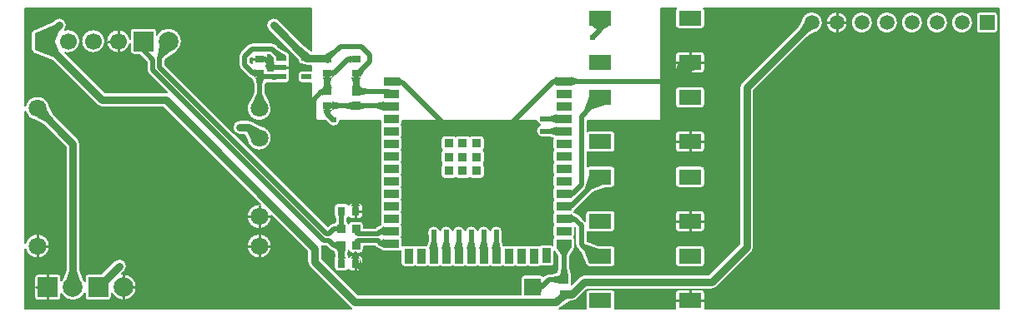
<source format=gtl>
G04 Layer: TopLayer*
G04 EasyEDA Pro v2.0.25.bcaee6, 2025-12-15 15:41:01*
G04 Gerber Generator version 0.3*
G04 Scale: 100 percent, Rotated: No, Reflected: No*
G04 Dimensions in millimeters*
G04 Leading zeros omitted, absolute positions, 3 integers and 3 decimals*
%FSLAX33Y33*%
%MOMM*%
%ADD8191C,0.203*%
%ADD10C,0.254*%
%ADD11R,1.5X0.9*%
%ADD12R,0.9X1.5*%
%ADD13R,1.5X0.9*%
%ADD14R,0.9X0.9*%
%ADD15R,1.0X0.55*%
%ADD16R,0.9082X0.8*%
%ADD17R,0.9X0.8*%
%ADD18R,0.9X0.8*%
%ADD19R,0.864X0.806*%
%ADD20R,0.806X0.864*%
%ADD21R,2.0X2.0*%
%ADD22C,2.0*%
%ADD23R,0.8X0.9*%
%ADD24R,0.864X0.806*%
%ADD25R,2.3X1.5*%
%ADD26R,1.7X1.7*%
%ADD27C,1.7*%
%ADD28R,2.3X1.5*%
%ADD29R,1.5X1.5*%
%ADD30C,1.5*%
%ADD31C,1.8*%
%ADD32C,0.61*%
%ADD33C,0.508*%
%ADD34C,0.762*%
%ADD35C,0.504*%
G75*


G04 Copper Start*
G36*
G01X358Y-95642D02*
G01X358Y-89608D01*
G03X1577Y-90554I1219J312D01*
G03X2835Y-89296I0J1258D01*
G03X1577Y-88038I-1258J0D01*
G03X358Y-88984I0J-1258D01*
G01Y-75608D01*
G03X1417Y-76544I1219J312D01*
G01X2175Y-76939D01*
G01X4440Y-79204D01*
G01Y-91734D01*
G01X4113Y-92654D01*
G03X3997Y-92826I1066J-841D01*
G01Y-92496D01*
G03X3639Y-92137I-358J0D01*
G01X1639D01*
G03X1281Y-92496I0J-358D01*
G01Y-94496D01*
G03X1639Y-94854I358J0D01*
G01X3639D01*
G03X3997Y-94496I0J358D01*
G01Y-94165D01*
G03X5179Y-94854I1182J669D01*
G03X6389Y-94113I0J1358D01*
G01Y-94472D01*
G03X6747Y-94830I358J0D01*
G01X8747D01*
G03X9105Y-94472I0J358D01*
G01Y-94141D01*
G03X10287Y-94830I1182J669D01*
G03X11645Y-93472I0J1358D01*
G03X10287Y-92114I-1358J0D01*
G03X10143Y-92122I0J-1358D01*
G01X10429Y-91836D01*
G03X10645Y-91313I-523J523D01*
G03X9906Y-90574I-739J0D01*
G03X9383Y-90790I0J-739D01*
G01X8060Y-92114D01*
G01X6747D01*
G03X6389Y-92472I0J-358D01*
G01Y-92878D01*
G03X6245Y-92654I-1210J-617D01*
G01X5918Y-91734D01*
G01Y-78898D01*
G03X5702Y-78375I-739J0D01*
G01X3220Y-75894D01*
G01X2825Y-75136D01*
G03X1577Y-74038I-1248J-160D01*
G03X358Y-74984I0J-1258D01*
G01Y-65091D01*
G01X29362D01*
G01Y-69431D01*
G01X29357D01*
G01X28565Y-68817D01*
G01X26147Y-66400D01*
G03X25527Y-66063I-620J-402D01*
G03X24788Y-66802I0J-739D01*
G01Y-66825D01*
G03X25004Y-67348I739J0D01*
G01X27310Y-69654D01*
G01X28014Y-70357D01*
G01Y-70445D01*
G03X28372Y-70803I358J0D01*
G01X28490D01*
G03X28872Y-70909I381J633D01*
G01X29362D01*
G01Y-71437D01*
G01X28372D01*
G03X28014Y-71795I0J-358D01*
G01Y-72345D01*
G03X28372Y-72703I358J0D01*
G01X29362D01*
G01Y-76454D01*
G03X29464Y-76556I102J0D01*
G01X30838D01*
G01X31027Y-76746D01*
G03X31623Y-77117I596J292D01*
G03X32278Y-76556I0J663D01*
G01X36370D01*
G01Y-76772D01*
G03X36421Y-76957I358J0D01*
G03X36370Y-77142I307J-185D01*
G01Y-78042D01*
G03X36421Y-78227I358J0D01*
G03X36370Y-78412I307J-185D01*
G01Y-79312D01*
G03X36421Y-79497I358J0D01*
G03X36370Y-79682I307J-185D01*
G01Y-80582D01*
G03X36421Y-80767I358J0D01*
G03X36370Y-80952I307J-185D01*
G01Y-81852D01*
G03X36421Y-82037I358J0D01*
G03X36370Y-82222I307J-185D01*
G01Y-83122D01*
G03X36421Y-83307I358J0D01*
G03X36370Y-83492I307J-185D01*
G01Y-84392D01*
G03X36421Y-84577I358J0D01*
G03X36370Y-84762I307J-185D01*
G01Y-85662D01*
G03X36421Y-85847I358J0D01*
G03X36370Y-86032I307J-185D01*
G01Y-86932D01*
G03X36404Y-87085I358J0D01*
G01X36298Y-87153D01*
G03X35991Y-87319I126J-599D01*
G01X35866Y-87445D01*
G01X34660D01*
G01Y-87104D01*
G03X34302Y-86746I-358J0D01*
G01X33496D01*
G03X33146Y-87029I0J-358D01*
G03X33004Y-86814I-350J-75D01*
G01Y-86496D01*
G03X33146Y-86371I-159J321D01*
G03X33446Y-86533I300J196D01*
G01X34246D01*
G03X34604Y-86175I0J358D01*
G01Y-85275D01*
G03X34246Y-84917I-358J0D01*
G01X33446D01*
G03X33146Y-85079I0J-358D01*
G03X32846Y-84917I-300J-196D01*
G01X32046D01*
G03X31688Y-85275I0J-358D01*
G01Y-86175D01*
G03X31780Y-86415I358J0D01*
G01Y-86814D01*
G03X31679Y-86924I209J-291D01*
G01X31674D01*
G03X31241Y-87104I0J-612D01*
G01X31027Y-87318D01*
G01X14531Y-70823D01*
G01Y-70365D01*
G01X14553Y-70344D01*
G01X15625Y-69574D01*
G03X16217Y-68453I-766J1121D01*
G03X14859Y-67095I-1358J0D01*
G03X13677Y-67784I0J-1358D01*
G01Y-67453D01*
G03X13319Y-67095I-358J0D01*
G01X11319D01*
G03X10961Y-67453I0J-358D01*
G01Y-68202D01*
G03X9779Y-67245I-1182J-251D01*
G03X8571Y-68453I0J-1208D01*
G03X9779Y-69661I1208J0D01*
G03X10961Y-68704I0J1208D01*
G01Y-69453D01*
G03X11319Y-69811I358J0D01*
G01X11888D01*
G01X12647Y-70570D01*
G01Y-71350D01*
G03X12826Y-71783I612J0D01*
G01X14738Y-73695D01*
G03X14605Y-73683I-133J-727D01*
G01X8434D01*
G01X4365Y-69614D01*
G03X4699Y-69661I334J1161D01*
G03X5907Y-68453I0J1208D01*
G03X4699Y-67245I-1208J0D01*
G03X4363Y-67293I0J-1208D01*
G03X4549Y-66802I-553J491D01*
G03X3810Y-66063I-739J0D01*
G03X3287Y-66279I0J-739D01*
G01X3076Y-66491D01*
G01X1173Y-67272D01*
G03X951Y-67603I136J-331D01*
G01Y-69303D01*
G03X1173Y-69634I358J0D01*
G01X3076Y-70415D01*
G01X7605Y-74945D01*
G03X8128Y-75161I523J523D01*
G01X14299D01*
G01X24180Y-85042D01*
G03X24077Y-85038I-103J-1254D01*
G03X22819Y-86296I0J-1258D01*
G03X24077Y-87554I1258J0D01*
G03X25335Y-86296I0J1258D01*
G03X25331Y-86193I-1258J0D01*
G01X28979Y-89841D01*
G01Y-90932D01*
G03X29195Y-91455I739J0D01*
G01X33259Y-95519D01*
G03X33422Y-95642I523J523D01*
G01X358D01*
G37*
%LPC*%
G36*
G01X24077Y-76554D02*
G03X25335Y-75296I0J1258D01*
G03X25099Y-74563I-1258J0D01*
G01X24742Y-73710D01*
G01Y-72899D01*
G01X24798Y-72682D01*
G01X25062D01*
G01X25819Y-72703D01*
G01X25829D01*
G01X26829D01*
G03X27187Y-72345I0J358D01*
G01Y-71795D01*
G03X27126Y-71595I-358J0D01*
G03X27187Y-71395I-297J200D01*
G01Y-70845D01*
G03X27126Y-70645I-358J0D01*
G03X27187Y-70445I-297J200D01*
G01Y-69895D01*
G03X27005Y-69583I-358J0D01*
G01X26093Y-69068D01*
G01X25807Y-68782D01*
G03X25374Y-68603I-433J-433D01*
G01X23368D01*
G03X22935Y-68782I0J-612D01*
G01X22173Y-69544D01*
G03X21994Y-69977I433J-433D01*
G01Y-70866D01*
G03X22173Y-71299I612J0D01*
G01X22999Y-72125D01*
G03X23315Y-72293I433J433D01*
G01X23370Y-72325D01*
G01X23518Y-72899D01*
G01Y-73670D01*
G01X23139Y-74457D01*
G03X22819Y-75296I938J-839D01*
G03X24077Y-76554I1258J0D01*
G37*
G36*
G01X24077Y-79554D02*
G03X25335Y-78296I0J1258D01*
G03X24237Y-77048I-1258J0D01*
G01X23472Y-76650D01*
G03X22997Y-76477I-475J-566D01*
G01X22098D01*
G03X21359Y-77216I0J-739D01*
G03X22098Y-77955I739J0D01*
G01X22568D01*
G01X22829Y-78456D01*
G03X24077Y-79554I1248J160D01*
G37*
G36*
G01X24077Y-90554D02*
G03X25335Y-89296I0J1258D01*
G03X24077Y-88038I-1258J0D01*
G03X22819Y-89296I0J-1258D01*
G03X24077Y-90554I1258J0D01*
G37*
G36*
G01X7239Y-69661D02*
G03X8447Y-68453I0J1208D01*
G03X7239Y-67245I-1208J0D01*
G03X6031Y-68453I0J-1208D01*
G03X7239Y-69661I1208J0D01*
G37*
%LPD*%
G36*
G01X23323Y-70717D02*
G01X23218Y-70612D01*
G01Y-70231D01*
G01X23322Y-70127D01*
G01Y-70692D01*
G01X23323Y-70717D01*
G37*
G36*
G01X25475Y-71447D02*
G01X25062Y-71458D01*
G01X24938D01*
G01Y-71292D01*
G03X24776Y-70992I-358J0D01*
G03X24938Y-70692I-196J300D01*
G01Y-69892D01*
G03X24932Y-69827I-358J0D01*
G01X25121D01*
G01X25471Y-70177D01*
G01Y-70445D01*
G03X25532Y-70645I358J0D01*
G03X25471Y-70845I297J-200D01*
G01Y-71395D01*
G03X25475Y-71447I358J0D01*
G37*
G36*
G01X50621Y-92592D02*
G01X50621Y-94257D01*
G01X34088D01*
G01X30457Y-90626D01*
G01Y-89535D01*
G03X30417Y-89296I-739J0D01*
G03X30631Y-89334I214J574D01*
G01X30905D01*
G01X31251Y-89680D01*
G03X31568Y-89849I433J433D01*
G01X31669Y-89907D01*
G01X31731Y-90227D01*
G01X31690Y-90566D01*
G03X31688Y-90609I356J-43D01*
G01Y-91509D01*
G03X32046Y-91867I358J0D01*
G01X32846D01*
G03X33146Y-91705I0J358D01*
G03X33446Y-91867I300J196D01*
G01X34246D01*
G03X34604Y-91509I0J358D01*
G01Y-90609D01*
G03X34246Y-90251I-358J0D01*
G01X33446D01*
G03X33159Y-90394I0J-358D01*
G01X33080Y-90090D01*
G01X33146Y-89755D01*
G03X33496Y-90038I350J75D01*
G01X34302D01*
G03X34660Y-89680I0J358D01*
G01Y-89329D01*
G01X35866D01*
G01X35991Y-89455D01*
G03X36298Y-89621I433J433D01*
G01X36534Y-89773D01*
G03X36728Y-89830I194J301D01*
G01X38228D01*
G03X38435Y-89764I0J358D01*
G01Y-91052D01*
G03X38793Y-91410I358J0D01*
G01X39693D01*
G03X39878Y-91359I0J358D01*
G03X40063Y-91410I185J307D01*
G01X40963D01*
G03X41148Y-91359I0J358D01*
G03X41333Y-91410I185J307D01*
G01X42233D01*
G03X42418Y-91359I0J358D01*
G03X42603Y-91410I185J307D01*
G01X43503D01*
G03X43688Y-91359I0J358D01*
G03X43873Y-91410I185J307D01*
G01X44773D01*
G03X44958Y-91359I0J358D01*
G03X45143Y-91410I185J307D01*
G01X46043D01*
G03X46228Y-91359I0J358D01*
G03X46413Y-91410I185J307D01*
G01X47313D01*
G03X47498Y-91359I0J358D01*
G03X47683Y-91410I185J307D01*
G01X48583D01*
G03X48768Y-91359I0J358D01*
G03X48953Y-91410I185J307D01*
G01X49853D01*
G03X50038Y-91359I0J358D01*
G03X50223Y-91410I185J307D01*
G01X51123D01*
G03X51308Y-91359I0J358D01*
G03X51493Y-91410I185J307D01*
G01X52393D01*
G03X52603Y-91342I0J358D01*
G03X52763Y-91380I160J320D01*
G01X53663D01*
G03X54021Y-91022I0J358D01*
G01Y-89807D01*
G01X54379Y-90343D01*
G01Y-91483D01*
G01X54263Y-91979D01*
G01X53762Y-92077D01*
G01X53467D01*
G03X53034Y-92256I0J-612D01*
G01X52941Y-92349D01*
G03X52679Y-92234I-263J-243D01*
G01X50979D01*
G03X50621Y-92592I0J-358D01*
G37*
G36*
G01X38793Y-89194D02*
G03X38586Y-89260I0J-358D01*
G01Y-88572D01*
G03X38535Y-88387I-358J0D01*
G03X38586Y-88202I-307J185D01*
G01Y-87302D01*
G03X38535Y-87117I-358J0D01*
G03X38586Y-86932I-307J185D01*
G01Y-86032D01*
G03X38535Y-85847I-358J0D01*
G03X38586Y-85662I-307J185D01*
G01Y-84762D01*
G03X38535Y-84577I-358J0D01*
G03X38586Y-84392I-307J185D01*
G01Y-83492D01*
G03X38535Y-83307I-358J0D01*
G03X38586Y-83122I-307J185D01*
G01Y-82222D01*
G03X38535Y-82037I-358J0D01*
G03X38586Y-81852I-307J185D01*
G01Y-80952D01*
G03X38535Y-80767I-358J0D01*
G03X38586Y-80582I-307J185D01*
G01Y-79682D01*
G03X38535Y-79497I-358J0D01*
G03X38586Y-79312I-307J185D01*
G01Y-78412D01*
G03X38535Y-78227I-358J0D01*
G03X38586Y-78042I-307J185D01*
G01Y-77142D01*
G03X38535Y-76957I-358J0D01*
G03X38586Y-76772I-307J185D01*
G01Y-76556D01*
G01X52211D01*
G03X52641Y-76957I621J234D01*
G03X52169Y-77592I191J-635D01*
G03X52832Y-78255I663J0D01*
G03X53092Y-78202I0J663D01*
G01X53426D01*
G01X53882Y-78322D01*
G03X53870Y-78412I347J-91D01*
G01Y-79312D01*
G03X53921Y-79497I358J0D01*
G03X53870Y-79682I307J-185D01*
G01Y-80582D01*
G03X53921Y-80767I358J0D01*
G03X53870Y-80952I307J-185D01*
G01Y-81852D01*
G03X53921Y-82037I358J0D01*
G03X53870Y-82222I307J-185D01*
G01Y-83122D01*
G03X53921Y-83307I358J0D01*
G03X53870Y-83492I307J-185D01*
G01Y-84392D01*
G03X53921Y-84577I358J0D01*
G03X53870Y-84762I307J-185D01*
G01Y-85662D01*
G03X53921Y-85847I358J0D01*
G03X53870Y-86032I307J-185D01*
G01Y-86932D01*
G03X53921Y-87117I358J0D01*
G03X53870Y-87302I307J-185D01*
G01Y-88202D01*
G03X53921Y-88387I358J0D01*
G03X53870Y-88572I307J-185D01*
G01Y-89230D01*
G03X53663Y-89164I-207J-292D01*
G01X52763D01*
G03X52553Y-89232I0J-358D01*
G03X52393Y-89194I-160J-320D01*
G01X51493D01*
G03X51308Y-89245I0J-358D01*
G03X51123Y-89194I-185J-307D01*
G01X50223D01*
G03X50038Y-89245I0J-358D01*
G03X49853Y-89194I-185J-307D01*
G01X48953D01*
G03X48862Y-89205I0J-358D01*
G01X48743Y-88750D01*
G01Y-88149D01*
G03X48796Y-87889I-610J260D01*
G03X48133Y-87226I-663J0D01*
G03X47498Y-87698I0J-663D01*
G03X46863Y-87226I-635J-191D01*
G03X46228Y-87698I0J-663D01*
G03X45593Y-87226I-635J-191D01*
G03X44958Y-87698I0J-663D01*
G03X44323Y-87226I-635J-191D01*
G03X43688Y-87698I0J-663D01*
G03X43053Y-87226I-635J-191D01*
G03X42418Y-87698I0J-663D01*
G03X41783Y-87226I-635J-191D01*
G03X41120Y-87889I0J-663D01*
G03X41173Y-88149I663J0D01*
G01Y-88750D01*
G01X41054Y-89205D01*
G03X40963Y-89194I-91J-347D01*
G01X40063D01*
G03X39878Y-89245I0J-358D01*
G03X39693Y-89194I-185J-307D01*
G01X38793D01*
G37*
%LPC*%
G36*
G01X44028Y-82339D02*
G03X44278Y-82440I250J256D01*
G01X45178D01*
G03X45428Y-82339I0J358D01*
G03X45678Y-82440I250J256D01*
G01X46578D01*
G03X46936Y-82082I0J358D01*
G01Y-81182D01*
G03X46834Y-80932I-358J0D01*
G03X46936Y-80682I-256J250D01*
G01Y-79782D01*
G03X46834Y-79532I-358J0D01*
G03X46936Y-79282I-256J250D01*
G01Y-78382D01*
G03X46578Y-78024I-358J0D01*
G01X45678D01*
G03X45428Y-78126I0J-358D01*
G03X45178Y-78024I-250J-256D01*
G01X44278D01*
G03X44028Y-78126I0J-358D01*
G03X43778Y-78024I-250J-256D01*
G01X42878D01*
G03X42520Y-78382I0J-358D01*
G01Y-79282D01*
G03X42621Y-79532I358J0D01*
G03X42520Y-79782I256J-250D01*
G01Y-80682D01*
G03X42621Y-80932I358J0D01*
G03X42520Y-81182I256J-250D01*
G01Y-82082D01*
G03X42878Y-82440I358J0D01*
G01X43778D01*
G03X44028Y-82339I0J358D01*
G37*
%LPD*%
G36*
G01X66288Y-95583D02*
G03X66293Y-95642I358J0D01*
G01X60199D01*
G03X60204Y-95583I-353J59D01*
G01Y-94083D01*
G03X59846Y-93725I-358J0D01*
G01X57546D01*
G03X57188Y-94083I0J-358D01*
G01Y-95583D01*
G03X57193Y-95642I358J0D01*
G01X54550D01*
G03X54686Y-95545I-360J646D01*
G01X55545Y-94950D01*
G01X55804Y-94935D01*
G03X56314Y-94718I-13J739D01*
G01X57329Y-93703D01*
G01X69977D01*
G03X70500Y-93487I0J739D01*
G01X74056Y-89931D01*
G03X74272Y-89408I-523J523D01*
G01Y-73458D01*
G01X79729Y-68001D01*
G01X80304Y-67643D01*
G03X81245Y-66548I-167J1095D01*
G03X80137Y-65440I-1108J0D01*
G03X79042Y-66381I0J-1108D01*
G01X78684Y-66956D01*
G01X73010Y-72629D01*
G03X72794Y-73152I523J-523D01*
G01Y-89102D01*
G01X69671Y-92225D01*
G01X57023D01*
G03X56500Y-92441I0J-739D01*
G01X55773Y-93169D01*
G03X55781Y-93092I-350J77D01*
G01Y-92286D01*
G03X55772Y-92204I-358J0D01*
G01X55603Y-91483D01*
G01Y-90338D01*
G01X56031Y-89664D01*
G03X56086Y-89472I-302J192D01*
G01Y-88572D01*
G03X56035Y-88387I-358J0D01*
G03X56086Y-88202I-307J185D01*
G01Y-87402D01*
G01X56157Y-87473D01*
G01Y-89154D01*
G03X56336Y-89587I612J0D01*
G01X56703Y-89953D01*
G01X57214Y-91217D01*
G03X57546Y-91441I332J134D01*
G01X59846D01*
G03X60204Y-91083I0J358D01*
G01Y-89583D01*
G03X59846Y-89225I-358J0D01*
G01X58520D01*
G01X57381Y-88798D01*
G01Y-87828D01*
G03X57530Y-87861I149J326D01*
G01X59830D01*
G03X60188Y-87503I0J358D01*
G01Y-86003D01*
G03X59830Y-85645I-358J0D01*
G01X57530D01*
G03X57172Y-86003I0J-358D01*
G01Y-86757D01*
G01X56465Y-86049D01*
G03X56158Y-85883I-433J-433D01*
G01X56052Y-85815D01*
G03X56084Y-85705I-324J153D01*
G03X56154Y-85645I-363J493D01*
G01X57949Y-83849D01*
G01X59253Y-83361D01*
G01X59830D01*
G03X60188Y-83003I0J358D01*
G01Y-81503D01*
G03X59830Y-81144I-358J0D01*
G01X57530D01*
G03X57381Y-81177I0J-358D01*
G01Y-79745D01*
G03X57536Y-79780I154J323D01*
G01X59836D01*
G03X60194Y-79422I0J358D01*
G01Y-77922D01*
G03X59836Y-77564I-358J0D01*
G01X57536D01*
G03X57381Y-77599I0J-358D01*
G01Y-76556D01*
G01X64770D01*
G03X64872Y-76454I0J102D01*
G01Y-65091D01*
G01X66385D01*
G03X66283Y-65342I256J-251D01*
G01Y-66842D01*
G03X66641Y-67200I358J0D01*
G01X68941D01*
G03X69299Y-66842I0J358D01*
G01Y-65342D01*
G03X69196Y-65091I-358J0D01*
G01X99142D01*
G01Y-95642D01*
G01X69299D01*
G03X69304Y-95583I-353J59D01*
G01Y-94083D01*
G03X68946Y-93725I-358J0D01*
G01X66646D01*
G03X66288Y-94083I0J-358D01*
G01Y-95583D01*
G37*
%LPC*%
G36*
G01X68946Y-91441D02*
G03X69304Y-91083I0J358D01*
G01Y-89583D01*
G03X68946Y-89225I-358J0D01*
G01X66646D01*
G03X66288Y-89583I0J-358D01*
G01Y-91083D01*
G03X66646Y-91441I358J0D01*
G01X68946D01*
G37*
G36*
G01X66272Y-87503D02*
G03X66630Y-87861I358J0D01*
G01X68930D01*
G03X69288Y-87503I0J358D01*
G01Y-86003D01*
G03X68930Y-85645I-358J0D01*
G01X66630D01*
G03X66272Y-86003I0J-358D01*
G01Y-87503D01*
G37*
G36*
G01X68930Y-83361D02*
G03X69288Y-83003I0J358D01*
G01Y-81503D01*
G03X68930Y-81145I-358J0D01*
G01X66630D01*
G03X66272Y-81503I0J-358D01*
G01Y-83003D01*
G03X66630Y-83361I358J0D01*
G01X68930D01*
G37*
G36*
G01X66277Y-79422D02*
G03X66635Y-79780I358J0D01*
G01X68935D01*
G03X69294Y-79422I0J358D01*
G01Y-77922D01*
G03X68935Y-77564I-358J0D01*
G01X66635D01*
G03X66277Y-77922I0J-358D01*
G01Y-79422D01*
G37*
G36*
G01X68935Y-75280D02*
G03X69294Y-74922I0J358D01*
G01Y-73422D01*
G03X68935Y-73064I-358J0D01*
G01X66635D01*
G03X66277Y-73422I0J-358D01*
G01Y-74922D01*
G03X66635Y-75280I358J0D01*
G01X68935D01*
G37*
G36*
G01X68941Y-71700D02*
G03X69299Y-71342I0J358D01*
G01Y-69842D01*
G03X68941Y-69484I-358J0D01*
G01X66641D01*
G03X66283Y-69842I0J-358D01*
G01Y-71342D01*
G03X66641Y-71700I358J0D01*
G01X68941D01*
G37*
G36*
G01X81569Y-66548D02*
G03X82677Y-67656I1108J0D01*
G03X83785Y-66548I0J1108D01*
G03X82677Y-65440I-1108J0D01*
G03X81569Y-66548I0J-1108D01*
G37*
G36*
G01X96809Y-67298D02*
G03X97167Y-67656I358J0D01*
G01X98667D01*
G03X99025Y-67298I0J358D01*
G01Y-65798D01*
G03X98667Y-65440I-358J0D01*
G01X97167D01*
G03X96809Y-65798I0J-358D01*
G01Y-67298D01*
G37*
G36*
G01X85217Y-67656D02*
G03X86325Y-66548I0J1108D01*
G03X85217Y-65440I-1108J0D01*
G03X84109Y-66548I0J-1108D01*
G03X85217Y-67656I1108J0D01*
G37*
G36*
G01X95377Y-67656D02*
G03X96485Y-66548I0J1108D01*
G03X95377Y-65440I-1108J0D01*
G03X94269Y-66548I0J-1108D01*
G03X95377Y-67656I1108J0D01*
G37*
G36*
G01X87757Y-67656D02*
G03X88865Y-66548I0J1108D01*
G03X87757Y-65440I-1108J0D01*
G03X86649Y-66548I0J-1108D01*
G03X87757Y-67656I1108J0D01*
G37*
G36*
G01X91729Y-66548D02*
G03X92837Y-67656I1108J0D01*
G03X93945Y-66548I0J1108D01*
G03X92837Y-65440I-1108J0D01*
G03X91729Y-66548I0J-1108D01*
G37*
G36*
G01X90297Y-67656D02*
G03X91405Y-66548I0J1108D01*
G03X90297Y-65440I-1108J0D01*
G03X89189Y-66548I0J-1108D01*
G03X90297Y-67656I1108J0D01*
G37*
%LPD*%
G54D8191*
G01X358Y-95642D02*
G01X358Y-89608D01*
G03X1577Y-90554I1219J312D01*
G03X2835Y-89296I0J1258D01*
G03X1577Y-88038I-1258J0D01*
G03X358Y-88984I0J-1258D01*
G01Y-75608D01*
G03X1417Y-76544I1219J312D01*
G01X2175Y-76939D01*
G01X4440Y-79204D01*
G01Y-91734D01*
G01X4113Y-92654D01*
G03X3997Y-92826I1066J-841D01*
G01Y-92496D01*
G03X3639Y-92137I-358J0D01*
G01X1639D01*
G03X1281Y-92496I0J-358D01*
G01Y-94496D01*
G03X1639Y-94854I358J0D01*
G01X3639D01*
G03X3997Y-94496I0J358D01*
G01Y-94165D01*
G03X5179Y-94854I1182J669D01*
G03X6389Y-94113I0J1358D01*
G01Y-94472D01*
G03X6747Y-94830I358J0D01*
G01X8747D01*
G03X9105Y-94472I0J358D01*
G01Y-94141D01*
G03X10287Y-94830I1182J669D01*
G03X11645Y-93472I0J1358D01*
G03X10287Y-92114I-1358J0D01*
G03X10143Y-92122I0J-1358D01*
G01X10429Y-91836D01*
G03X10645Y-91313I-523J523D01*
G03X9906Y-90574I-739J0D01*
G03X9383Y-90790I0J-739D01*
G01X8060Y-92114D01*
G01X6747D01*
G03X6389Y-92472I0J-358D01*
G01Y-92878D01*
G03X6245Y-92654I-1210J-617D01*
G01X5918Y-91734D01*
G01Y-78898D01*
G03X5702Y-78375I-739J0D01*
G01X3220Y-75894D01*
G01X2825Y-75136D01*
G03X1577Y-74038I-1248J-160D01*
G03X358Y-74984I0J-1258D01*
G01Y-65091D01*
G01X29362D01*
G01Y-69431D01*
G01X29357D01*
G01X28565Y-68817D01*
G01X26147Y-66400D01*
G03X25527Y-66063I-620J-402D01*
G03X24788Y-66802I0J-739D01*
G01Y-66825D01*
G03X25004Y-67348I739J0D01*
G01X27310Y-69654D01*
G01X28014Y-70357D01*
G01Y-70445D01*
G03X28372Y-70803I358J0D01*
G01X28490D01*
G03X28872Y-70909I381J633D01*
G01X29362D01*
G01Y-71437D01*
G01X28372D01*
G03X28014Y-71795I0J-358D01*
G01Y-72345D01*
G03X28372Y-72703I358J0D01*
G01X29362D01*
G01Y-76454D01*
G03X29464Y-76556I102J0D01*
G01X30838D01*
G01X31027Y-76746D01*
G03X31623Y-77117I596J292D01*
G03X32278Y-76556I0J663D01*
G01X36370D01*
G01Y-76772D01*
G03X36421Y-76957I358J0D01*
G03X36370Y-77142I307J-185D01*
G01Y-78042D01*
G03X36421Y-78227I358J0D01*
G03X36370Y-78412I307J-185D01*
G01Y-79312D01*
G03X36421Y-79497I358J0D01*
G03X36370Y-79682I307J-185D01*
G01Y-80582D01*
G03X36421Y-80767I358J0D01*
G03X36370Y-80952I307J-185D01*
G01Y-81852D01*
G03X36421Y-82037I358J0D01*
G03X36370Y-82222I307J-185D01*
G01Y-83122D01*
G03X36421Y-83307I358J0D01*
G03X36370Y-83492I307J-185D01*
G01Y-84392D01*
G03X36421Y-84577I358J0D01*
G03X36370Y-84762I307J-185D01*
G01Y-85662D01*
G03X36421Y-85847I358J0D01*
G03X36370Y-86032I307J-185D01*
G01Y-86932D01*
G03X36404Y-87085I358J0D01*
G01X36298Y-87153D01*
G03X35991Y-87319I126J-599D01*
G01X35866Y-87445D01*
G01X34660D01*
G01Y-87104D01*
G03X34302Y-86746I-358J0D01*
G01X33496D01*
G03X33146Y-87029I0J-358D01*
G03X33004Y-86814I-350J-75D01*
G01Y-86496D01*
G03X33146Y-86371I-159J321D01*
G03X33446Y-86533I300J196D01*
G01X34246D01*
G03X34604Y-86175I0J358D01*
G01Y-85275D01*
G03X34246Y-84917I-358J0D01*
G01X33446D01*
G03X33146Y-85079I0J-358D01*
G03X32846Y-84917I-300J-196D01*
G01X32046D01*
G03X31688Y-85275I0J-358D01*
G01Y-86175D01*
G03X31780Y-86415I358J0D01*
G01Y-86814D01*
G03X31679Y-86924I209J-291D01*
G01X31674D01*
G03X31241Y-87104I0J-612D01*
G01X31027Y-87318D01*
G01X14531Y-70823D01*
G01Y-70365D01*
G01X14553Y-70344D01*
G01X15625Y-69574D01*
G03X16217Y-68453I-766J1121D01*
G03X14859Y-67095I-1358J0D01*
G03X13677Y-67784I0J-1358D01*
G01Y-67453D01*
G03X13319Y-67095I-358J0D01*
G01X11319D01*
G03X10961Y-67453I0J-358D01*
G01Y-68202D01*
G03X9779Y-67245I-1182J-251D01*
G03X8571Y-68453I0J-1208D01*
G03X9779Y-69661I1208J0D01*
G03X10961Y-68704I0J1208D01*
G01Y-69453D01*
G03X11319Y-69811I358J0D01*
G01X11888D01*
G01X12647Y-70570D01*
G01Y-71350D01*
G03X12826Y-71783I612J0D01*
G01X14738Y-73695D01*
G03X14605Y-73683I-133J-727D01*
G01X8434D01*
G01X4365Y-69614D01*
G03X4699Y-69661I334J1161D01*
G03X5907Y-68453I0J1208D01*
G03X4699Y-67245I-1208J0D01*
G03X4363Y-67293I0J-1208D01*
G03X4549Y-66802I-553J491D01*
G03X3810Y-66063I-739J0D01*
G03X3287Y-66279I0J-739D01*
G01X3076Y-66491D01*
G01X1173Y-67272D01*
G03X951Y-67603I136J-331D01*
G01Y-69303D01*
G03X1173Y-69634I358J0D01*
G01X3076Y-70415D01*
G01X7605Y-74945D01*
G03X8128Y-75161I523J523D01*
G01X14299D01*
G01X24180Y-85042D01*
G03X24077Y-85038I-103J-1254D01*
G03X22819Y-86296I0J-1258D01*
G03X24077Y-87554I1258J0D01*
G03X25335Y-86296I0J1258D01*
G03X25331Y-86193I-1258J0D01*
G01X28979Y-89841D01*
G01Y-90932D01*
G03X29195Y-91455I739J0D01*
G01X33259Y-95519D01*
G03X33422Y-95642I523J523D01*
G01X358D01*
G01X24077Y-76554D02*
G03X25335Y-75296I0J1258D01*
G03X25099Y-74563I-1258J0D01*
G01X24742Y-73710D01*
G01Y-72899D01*
G01X24798Y-72682D01*
G01X25062D01*
G01X25819Y-72703D01*
G01X25829D01*
G01X26829D01*
G03X27187Y-72345I0J358D01*
G01Y-71795D01*
G03X27126Y-71595I-358J0D01*
G03X27187Y-71395I-297J200D01*
G01Y-70845D01*
G03X27126Y-70645I-358J0D01*
G03X27187Y-70445I-297J200D01*
G01Y-69895D01*
G03X27005Y-69583I-358J0D01*
G01X26093Y-69068D01*
G01X25807Y-68782D01*
G03X25374Y-68603I-433J-433D01*
G01X23368D01*
G03X22935Y-68782I0J-612D01*
G01X22173Y-69544D01*
G03X21994Y-69977I433J-433D01*
G01Y-70866D01*
G03X22173Y-71299I612J0D01*
G01X22999Y-72125D01*
G03X23315Y-72293I433J433D01*
G01X23370Y-72325D01*
G01X23518Y-72899D01*
G01Y-73670D01*
G01X23139Y-74457D01*
G03X22819Y-75296I938J-839D01*
G03X24077Y-76554I1258J0D01*
G01X24077Y-79554D02*
G03X25335Y-78296I0J1258D01*
G03X24237Y-77048I-1258J0D01*
G01X23472Y-76650D01*
G03X22997Y-76477I-475J-566D01*
G01X22098D01*
G03X21359Y-77216I0J-739D01*
G03X22098Y-77955I739J0D01*
G01X22568D01*
G01X22829Y-78456D01*
G03X24077Y-79554I1248J160D01*
G01X24077Y-90554D02*
G03X25335Y-89296I0J1258D01*
G03X24077Y-88038I-1258J0D01*
G03X22819Y-89296I0J-1258D01*
G03X24077Y-90554I1258J0D01*
G01X7239Y-69661D02*
G03X8447Y-68453I0J1208D01*
G03X7239Y-67245I-1208J0D01*
G03X6031Y-68453I0J-1208D01*
G03X7239Y-69661I1208J0D01*
G01X23323Y-70717D02*
G01X23218Y-70612D01*
G01Y-70231D01*
G01X23322Y-70127D01*
G01Y-70692D01*
G01X23323Y-70717D01*
G01X25475Y-71447D02*
G01X25062Y-71458D01*
G01X24938D01*
G01Y-71292D01*
G03X24776Y-70992I-358J0D01*
G03X24938Y-70692I-196J300D01*
G01Y-69892D01*
G03X24932Y-69827I-358J0D01*
G01X25121D01*
G01X25471Y-70177D01*
G01Y-70445D01*
G03X25532Y-70645I358J0D01*
G03X25471Y-70845I297J-200D01*
G01Y-71395D01*
G03X25475Y-71447I358J0D01*
G01X50621Y-92592D02*
G01X50621Y-94257D01*
G01X34088D01*
G01X30457Y-90626D01*
G01Y-89535D01*
G03X30417Y-89296I-739J0D01*
G03X30631Y-89334I214J574D01*
G01X30905D01*
G01X31251Y-89680D01*
G03X31568Y-89849I433J433D01*
G01X31669Y-89907D01*
G01X31731Y-90227D01*
G01X31690Y-90566D01*
G03X31688Y-90609I356J-43D01*
G01Y-91509D01*
G03X32046Y-91867I358J0D01*
G01X32846D01*
G03X33146Y-91705I0J358D01*
G03X33446Y-91867I300J196D01*
G01X34246D01*
G03X34604Y-91509I0J358D01*
G01Y-90609D01*
G03X34246Y-90251I-358J0D01*
G01X33446D01*
G03X33159Y-90394I0J-358D01*
G01X33080Y-90090D01*
G01X33146Y-89755D01*
G03X33496Y-90038I350J75D01*
G01X34302D01*
G03X34660Y-89680I0J358D01*
G01Y-89329D01*
G01X35866D01*
G01X35991Y-89455D01*
G03X36298Y-89621I433J433D01*
G01X36534Y-89773D01*
G03X36728Y-89830I194J301D01*
G01X38228D01*
G03X38435Y-89764I0J358D01*
G01Y-91052D01*
G03X38793Y-91410I358J0D01*
G01X39693D01*
G03X39878Y-91359I0J358D01*
G03X40063Y-91410I185J307D01*
G01X40963D01*
G03X41148Y-91359I0J358D01*
G03X41333Y-91410I185J307D01*
G01X42233D01*
G03X42418Y-91359I0J358D01*
G03X42603Y-91410I185J307D01*
G01X43503D01*
G03X43688Y-91359I0J358D01*
G03X43873Y-91410I185J307D01*
G01X44773D01*
G03X44958Y-91359I0J358D01*
G03X45143Y-91410I185J307D01*
G01X46043D01*
G03X46228Y-91359I0J358D01*
G03X46413Y-91410I185J307D01*
G01X47313D01*
G03X47498Y-91359I0J358D01*
G03X47683Y-91410I185J307D01*
G01X48583D01*
G03X48768Y-91359I0J358D01*
G03X48953Y-91410I185J307D01*
G01X49853D01*
G03X50038Y-91359I0J358D01*
G03X50223Y-91410I185J307D01*
G01X51123D01*
G03X51308Y-91359I0J358D01*
G03X51493Y-91410I185J307D01*
G01X52393D01*
G03X52603Y-91342I0J358D01*
G03X52763Y-91380I160J320D01*
G01X53663D01*
G03X54021Y-91022I0J358D01*
G01Y-89807D01*
G01X54379Y-90343D01*
G01Y-91483D01*
G01X54263Y-91979D01*
G01X53762Y-92077D01*
G01X53467D01*
G03X53034Y-92256I0J-612D01*
G01X52941Y-92349D01*
G03X52679Y-92234I-263J-243D01*
G01X50979D01*
G03X50621Y-92592I0J-358D01*
G01X38793Y-89194D02*
G03X38586Y-89260I0J-358D01*
G01Y-88572D01*
G03X38535Y-88387I-358J0D01*
G03X38586Y-88202I-307J185D01*
G01Y-87302D01*
G03X38535Y-87117I-358J0D01*
G03X38586Y-86932I-307J185D01*
G01Y-86032D01*
G03X38535Y-85847I-358J0D01*
G03X38586Y-85662I-307J185D01*
G01Y-84762D01*
G03X38535Y-84577I-358J0D01*
G03X38586Y-84392I-307J185D01*
G01Y-83492D01*
G03X38535Y-83307I-358J0D01*
G03X38586Y-83122I-307J185D01*
G01Y-82222D01*
G03X38535Y-82037I-358J0D01*
G03X38586Y-81852I-307J185D01*
G01Y-80952D01*
G03X38535Y-80767I-358J0D01*
G03X38586Y-80582I-307J185D01*
G01Y-79682D01*
G03X38535Y-79497I-358J0D01*
G03X38586Y-79312I-307J185D01*
G01Y-78412D01*
G03X38535Y-78227I-358J0D01*
G03X38586Y-78042I-307J185D01*
G01Y-77142D01*
G03X38535Y-76957I-358J0D01*
G03X38586Y-76772I-307J185D01*
G01Y-76556D01*
G01X52211D01*
G03X52641Y-76957I621J234D01*
G03X52169Y-77592I191J-635D01*
G03X52832Y-78255I663J0D01*
G03X53092Y-78202I0J663D01*
G01X53426D01*
G01X53882Y-78322D01*
G03X53870Y-78412I347J-91D01*
G01Y-79312D01*
G03X53921Y-79497I358J0D01*
G03X53870Y-79682I307J-185D01*
G01Y-80582D01*
G03X53921Y-80767I358J0D01*
G03X53870Y-80952I307J-185D01*
G01Y-81852D01*
G03X53921Y-82037I358J0D01*
G03X53870Y-82222I307J-185D01*
G01Y-83122D01*
G03X53921Y-83307I358J0D01*
G03X53870Y-83492I307J-185D01*
G01Y-84392D01*
G03X53921Y-84577I358J0D01*
G03X53870Y-84762I307J-185D01*
G01Y-85662D01*
G03X53921Y-85847I358J0D01*
G03X53870Y-86032I307J-185D01*
G01Y-86932D01*
G03X53921Y-87117I358J0D01*
G03X53870Y-87302I307J-185D01*
G01Y-88202D01*
G03X53921Y-88387I358J0D01*
G03X53870Y-88572I307J-185D01*
G01Y-89230D01*
G03X53663Y-89164I-207J-292D01*
G01X52763D01*
G03X52553Y-89232I0J-358D01*
G03X52393Y-89194I-160J-320D01*
G01X51493D01*
G03X51308Y-89245I0J-358D01*
G03X51123Y-89194I-185J-307D01*
G01X50223D01*
G03X50038Y-89245I0J-358D01*
G03X49853Y-89194I-185J-307D01*
G01X48953D01*
G03X48862Y-89205I0J-358D01*
G01X48743Y-88750D01*
G01Y-88149D01*
G03X48796Y-87889I-610J260D01*
G03X48133Y-87226I-663J0D01*
G03X47498Y-87698I0J-663D01*
G03X46863Y-87226I-635J-191D01*
G03X46228Y-87698I0J-663D01*
G03X45593Y-87226I-635J-191D01*
G03X44958Y-87698I0J-663D01*
G03X44323Y-87226I-635J-191D01*
G03X43688Y-87698I0J-663D01*
G03X43053Y-87226I-635J-191D01*
G03X42418Y-87698I0J-663D01*
G03X41783Y-87226I-635J-191D01*
G03X41120Y-87889I0J-663D01*
G03X41173Y-88149I663J0D01*
G01Y-88750D01*
G01X41054Y-89205D01*
G03X40963Y-89194I-91J-347D01*
G01X40063D01*
G03X39878Y-89245I0J-358D01*
G03X39693Y-89194I-185J-307D01*
G01X38793D01*
G01X44028Y-82339D02*
G03X44278Y-82440I250J256D01*
G01X45178D01*
G03X45428Y-82339I0J358D01*
G03X45678Y-82440I250J256D01*
G01X46578D01*
G03X46936Y-82082I0J358D01*
G01Y-81182D01*
G03X46834Y-80932I-358J0D01*
G03X46936Y-80682I-256J250D01*
G01Y-79782D01*
G03X46834Y-79532I-358J0D01*
G03X46936Y-79282I-256J250D01*
G01Y-78382D01*
G03X46578Y-78024I-358J0D01*
G01X45678D01*
G03X45428Y-78126I0J-358D01*
G03X45178Y-78024I-250J-256D01*
G01X44278D01*
G03X44028Y-78126I0J-358D01*
G03X43778Y-78024I-250J-256D01*
G01X42878D01*
G03X42520Y-78382I0J-358D01*
G01Y-79282D01*
G03X42621Y-79532I358J0D01*
G03X42520Y-79782I256J-250D01*
G01Y-80682D01*
G03X42621Y-80932I358J0D01*
G03X42520Y-81182I256J-250D01*
G01Y-82082D01*
G03X42878Y-82440I358J0D01*
G01X43778D01*
G03X44028Y-82339I0J358D01*
G01X66288Y-95583D02*
G03X66293Y-95642I358J0D01*
G01X60199D01*
G03X60204Y-95583I-353J59D01*
G01Y-94083D01*
G03X59846Y-93725I-358J0D01*
G01X57546D01*
G03X57188Y-94083I0J-358D01*
G01Y-95583D01*
G03X57193Y-95642I358J0D01*
G01X54550D01*
G03X54686Y-95545I-360J646D01*
G01X55545Y-94950D01*
G01X55804Y-94935D01*
G03X56314Y-94718I-13J739D01*
G01X57329Y-93703D01*
G01X69977D01*
G03X70500Y-93487I0J739D01*
G01X74056Y-89931D01*
G03X74272Y-89408I-523J523D01*
G01Y-73458D01*
G01X79729Y-68001D01*
G01X80304Y-67643D01*
G03X81245Y-66548I-167J1095D01*
G03X80137Y-65440I-1108J0D01*
G03X79042Y-66381I0J-1108D01*
G01X78684Y-66956D01*
G01X73010Y-72629D01*
G03X72794Y-73152I523J-523D01*
G01Y-89102D01*
G01X69671Y-92225D01*
G01X57023D01*
G03X56500Y-92441I0J-739D01*
G01X55773Y-93169D01*
G03X55781Y-93092I-350J77D01*
G01Y-92286D01*
G03X55772Y-92204I-358J0D01*
G01X55603Y-91483D01*
G01Y-90338D01*
G01X56031Y-89664D01*
G03X56086Y-89472I-302J192D01*
G01Y-88572D01*
G03X56035Y-88387I-358J0D01*
G03X56086Y-88202I-307J185D01*
G01Y-87402D01*
G01X56157Y-87473D01*
G01Y-89154D01*
G03X56336Y-89587I612J0D01*
G01X56703Y-89953D01*
G01X57214Y-91217D01*
G03X57546Y-91441I332J134D01*
G01X59846D01*
G03X60204Y-91083I0J358D01*
G01Y-89583D01*
G03X59846Y-89225I-358J0D01*
G01X58520D01*
G01X57381Y-88798D01*
G01Y-87828D01*
G03X57530Y-87861I149J326D01*
G01X59830D01*
G03X60188Y-87503I0J358D01*
G01Y-86003D01*
G03X59830Y-85645I-358J0D01*
G01X57530D01*
G03X57172Y-86003I0J-358D01*
G01Y-86757D01*
G01X56465Y-86049D01*
G03X56158Y-85883I-433J-433D01*
G01X56052Y-85815D01*
G03X56084Y-85705I-324J153D01*
G03X56154Y-85645I-363J493D01*
G01X57949Y-83849D01*
G01X59253Y-83361D01*
G01X59830D01*
G03X60188Y-83003I0J358D01*
G01Y-81503D01*
G03X59830Y-81144I-358J0D01*
G01X57530D01*
G03X57381Y-81177I0J-358D01*
G01Y-79745D01*
G03X57536Y-79780I154J323D01*
G01X59836D01*
G03X60194Y-79422I0J358D01*
G01Y-77922D01*
G03X59836Y-77564I-358J0D01*
G01X57536D01*
G03X57381Y-77599I0J-358D01*
G01Y-76556D01*
G01X64770D01*
G03X64872Y-76454I0J102D01*
G01Y-65091D01*
G01X66385D01*
G03X66283Y-65342I256J-251D01*
G01Y-66842D01*
G03X66641Y-67200I358J0D01*
G01X68941D01*
G03X69299Y-66842I0J358D01*
G01Y-65342D01*
G03X69196Y-65091I-358J0D01*
G01X99142D01*
G01Y-95642D01*
G01X69299D01*
G03X69304Y-95583I-353J59D01*
G01Y-94083D01*
G03X68946Y-93725I-358J0D01*
G01X66646D01*
G03X66288Y-94083I0J-358D01*
G01Y-95583D01*
G01X68946Y-91441D02*
G03X69304Y-91083I0J358D01*
G01Y-89583D01*
G03X68946Y-89225I-358J0D01*
G01X66646D01*
G03X66288Y-89583I0J-358D01*
G01Y-91083D01*
G03X66646Y-91441I358J0D01*
G01X68946D01*
G01X66272Y-87503D02*
G03X66630Y-87861I358J0D01*
G01X68930D01*
G03X69288Y-87503I0J358D01*
G01Y-86003D01*
G03X68930Y-85645I-358J0D01*
G01X66630D01*
G03X66272Y-86003I0J-358D01*
G01Y-87503D01*
G01X68930Y-83361D02*
G03X69288Y-83003I0J358D01*
G01Y-81503D01*
G03X68930Y-81145I-358J0D01*
G01X66630D01*
G03X66272Y-81503I0J-358D01*
G01Y-83003D01*
G03X66630Y-83361I358J0D01*
G01X68930D01*
G01X66277Y-79422D02*
G03X66635Y-79780I358J0D01*
G01X68935D01*
G03X69294Y-79422I0J358D01*
G01Y-77922D01*
G03X68935Y-77564I-358J0D01*
G01X66635D01*
G03X66277Y-77922I0J-358D01*
G01Y-79422D01*
G01X68935Y-75280D02*
G03X69294Y-74922I0J358D01*
G01Y-73422D01*
G03X68935Y-73064I-358J0D01*
G01X66635D01*
G03X66277Y-73422I0J-358D01*
G01Y-74922D01*
G03X66635Y-75280I358J0D01*
G01X68935D01*
G01X68941Y-71700D02*
G03X69299Y-71342I0J358D01*
G01Y-69842D01*
G03X68941Y-69484I-358J0D01*
G01X66641D01*
G03X66283Y-69842I0J-358D01*
G01Y-71342D01*
G03X66641Y-71700I358J0D01*
G01X68941D01*
G01X81569Y-66548D02*
G03X82677Y-67656I1108J0D01*
G03X83785Y-66548I0J1108D01*
G03X82677Y-65440I-1108J0D01*
G03X81569Y-66548I0J-1108D01*
G01X96809Y-67298D02*
G03X97167Y-67656I358J0D01*
G01X98667D01*
G03X99025Y-67298I0J358D01*
G01Y-65798D01*
G03X98667Y-65440I-358J0D01*
G01X97167D01*
G03X96809Y-65798I0J-358D01*
G01Y-67298D01*
G01X85217Y-67656D02*
G03X86325Y-66548I0J1108D01*
G03X85217Y-65440I-1108J0D01*
G03X84109Y-66548I0J-1108D01*
G03X85217Y-67656I1108J0D01*
G01X95377Y-67656D02*
G03X96485Y-66548I0J1108D01*
G03X95377Y-65440I-1108J0D01*
G03X94269Y-66548I0J-1108D01*
G03X95377Y-67656I1108J0D01*
G01X87757Y-67656D02*
G03X88865Y-66548I0J1108D01*
G03X87757Y-65440I-1108J0D01*
G03X86649Y-66548I0J-1108D01*
G03X87757Y-67656I1108J0D01*
G01X91729Y-66548D02*
G03X92837Y-67656I1108J0D01*
G03X93945Y-66548I0J1108D01*
G03X92837Y-65440I-1108J0D01*
G03X91729Y-66548I0J-1108D01*
G01X90297Y-67656D02*
G03X91405Y-66548I0J1108D01*
G03X90297Y-65440I-1108J0D01*
G03X89189Y-66548I0J-1108D01*
G03X90297Y-67656I1108J0D01*
G54D10*
G01X67791Y-70592D02*
G01X69200Y-70592D01*
G01X67791Y-70592D02*
G01X66382Y-70592D01*
G01X67791Y-70592D02*
G01X67791Y-71601D01*
G01X67791Y-70592D02*
G01X67791Y-69583D01*
G01X1577Y-89296D02*
G01X2736Y-89296D01*
G01X1577Y-89296D02*
G01X1577Y-90455D01*
G01X1577Y-89296D02*
G01X1577Y-88137D01*
G01X67796Y-94833D02*
G01X66387Y-94833D01*
G01X67796Y-94833D02*
G01X69205Y-94833D01*
G01X67796Y-94833D02*
G01X67796Y-93824D01*
G01X2639Y-93496D02*
G01X1380Y-93496D01*
G01X2639Y-93496D02*
G01X2639Y-92237D01*
G01X2639Y-93496D02*
G01X2639Y-94755D01*
G01X10287Y-93472D02*
G01X11546Y-93472D01*
G01X10287Y-93472D02*
G01X10287Y-92213D01*
G01X10287Y-93472D02*
G01X10287Y-94731D01*
G01X9779Y-68453D02*
G01X8670Y-68453D01*
G01X9779Y-68453D02*
G01X9779Y-67344D01*
G01X9779Y-68453D02*
G01X9779Y-69562D01*
G01X26329Y-71120D02*
G01X27088Y-71120D01*
G01X26329Y-71120D02*
G01X25570Y-71120D01*
G01X24130Y-70292D02*
G01X24839Y-70292D01*
G01X24130Y-70292D02*
G01X23421Y-70292D01*
G01X67785Y-78672D02*
G01X66376Y-78672D01*
G01X67785Y-78672D02*
G01X69194Y-78672D01*
G01X67785Y-78672D02*
G01X67785Y-77663D01*
G01X67785Y-78672D02*
G01X67785Y-79681D01*
G01X82677Y-66548D02*
G01X83686Y-66548D01*
G01X82677Y-66548D02*
G01X81668Y-66548D01*
G01X82677Y-66548D02*
G01X82677Y-67557D01*
G01X82677Y-66548D02*
G01X82677Y-65539D01*
G01X67780Y-86753D02*
G01X66371Y-86753D01*
G01X67780Y-86753D02*
G01X69189Y-86753D01*
G01X67780Y-86753D02*
G01X67780Y-85744D01*
G01X67780Y-86753D02*
G01X67780Y-87762D01*
G01X24077Y-89296D02*
G01X25236Y-89296D01*
G01X24077Y-89296D02*
G01X22918Y-89296D01*
G01X24077Y-89296D02*
G01X24077Y-90455D01*
G01X24077Y-89296D02*
G01X24077Y-88137D01*
G01X24077Y-86296D02*
G01X25236Y-86296D01*
G01X24077Y-86296D02*
G01X22918Y-86296D01*
G01X24077Y-86296D02*
G01X24077Y-87455D01*
G01X24077Y-86296D02*
G01X24077Y-85137D01*
G01X33846Y-91059D02*
G01X34505Y-91059D01*
G01X33846Y-91059D02*
G01X33846Y-91768D01*
G01X33846Y-91059D02*
G01X33846Y-90350D01*
G01X33846Y-85725D02*
G01X34505Y-85725D01*
G01X33846Y-85725D02*
G01X33846Y-86434D01*
G01X33846Y-85725D02*
G01X33846Y-85016D01*
G04 Copper End*

G04 Tear Start*
G36*
G01X38608Y-72392D02*
G01X38228Y-72062D01*
G01Y-72962D01*
G01X38608Y-72896D01*
G01Y-72392D01*
G37*
G36*
G01X35966Y-74741D02*
G01X35966Y-75249D01*
G01X36728Y-75502D01*
G01Y-74602D01*
G01X35966Y-74741D01*
G37*
G36*
G01X36424Y-88006D02*
G01X36728Y-88202D01*
G01Y-87302D01*
G01X36424Y-87498D01*
G01Y-88006D01*
G37*
G36*
G01X36424Y-89276D02*
G01X36728Y-89472D01*
G01Y-88572D01*
G01X36424Y-88768D01*
G01Y-89276D01*
G37*
G36*
G01X42035Y-88796D02*
G01X41531Y-88796D01*
G01X41333Y-89552D01*
G01X42233D01*
G01X42035Y-88796D01*
G37*
G36*
G01X43305Y-88796D02*
G01X42801Y-88796D01*
G01X42603Y-89552D01*
G01X43503D01*
G01X43305Y-88796D01*
G37*
G36*
G01X44575Y-88796D02*
G01X44071Y-88796D01*
G01X43873Y-89552D01*
G01X44773D01*
G01X44575Y-88796D01*
G37*
G36*
G01X45845Y-88796D02*
G01X45341Y-88796D01*
G01X45143Y-89552D01*
G01X46043D01*
G01X45845Y-88796D01*
G37*
G36*
G01X47115Y-88796D02*
G01X46611Y-88796D01*
G01X46413Y-89552D01*
G01X47313D01*
G01X47115Y-88796D01*
G37*
G36*
G01X48385Y-88796D02*
G01X47881Y-88796D01*
G01X47683Y-89552D01*
G01X48583D01*
G01X48385Y-88796D01*
G37*
G36*
G01X54737Y-90234D02*
G01X55245Y-90234D01*
G01X55728Y-89472D01*
G01X54228D01*
G01X54737Y-90234D01*
G37*
G36*
G01X56032Y-86228D02*
G01X55728Y-86032D01*
G01Y-86932D01*
G01X56032Y-86736D01*
G01Y-86228D01*
G37*
G36*
G01X55885Y-84196D02*
G01X55885Y-83688D01*
G01X55728Y-83492D01*
G01Y-84392D01*
G01X55885Y-84196D01*
G37*
G36*
G01X53472Y-77844D02*
G01X54228Y-78042D01*
G01Y-77142D01*
G01X53472Y-77340D01*
G01Y-77844D01*
G37*
G36*
G01X53472Y-76574D02*
G01X54228Y-76772D01*
G01Y-75872D01*
G01X53472Y-76070D01*
G01Y-76574D01*
G37*
G36*
G01X53926Y-72260D02*
G01X53926Y-72764D01*
G01X54228Y-72962D01*
G01Y-72062D01*
G01X53926Y-72260D01*
G37*
G36*
G01X56484Y-72260D02*
G01X55728Y-72062D01*
G01Y-72962D01*
G01X56484Y-72764D01*
G01Y-72260D01*
G37*
G36*
G01X27564Y-69401D02*
G01X28372Y-69895D01*
G01X29372D01*
G01X28327Y-69087D01*
G01X27564Y-69401D01*
G37*
G36*
G01X25067Y-71816D02*
G01X25067Y-72324D01*
G01X25829Y-72345D01*
G01Y-71795D01*
G01X25067Y-71816D01*
G37*
G36*
G01X25527Y-70866D02*
G01X25527Y-71374D01*
G01X25829Y-71395D01*
G01Y-70845D01*
G01X25527Y-70866D01*
G37*
G36*
G01X25290Y-69490D02*
G01X25829Y-69895D01*
G01X26829D01*
G01X25874Y-69356D01*
G01X25290Y-69490D01*
G37*
G36*
G01X23432Y-71946D02*
G01X23680Y-72092D01*
G01Y-71292D01*
G01X23432Y-71438D01*
G01Y-71946D01*
G37*
G36*
G01X24384Y-72854D02*
G01X24580Y-72092D01*
G01X23680D01*
G01X23876Y-72854D01*
G01X24384D01*
G37*
G36*
G01X24699Y-70038D02*
G01X24580Y-69892D01*
G01Y-70692D01*
G01X24699Y-70546D01*
G01Y-70038D01*
G37*
G36*
G01X31566Y-69357D02*
G01X30538Y-69892D01*
G01X31438D01*
G01X31973Y-69664D01*
G01X31566Y-69357D01*
G37*
G36*
G01X31686Y-71438D02*
G01X31438Y-71292D01*
G01Y-72092D01*
G01X31686Y-71946D01*
G01Y-71438D01*
G37*
G36*
G01X31242Y-72854D02*
G01X31438Y-72092D01*
G01X30538D01*
G01X30734Y-72854D01*
G01X31242D01*
G37*
G36*
G01X33085Y-70039D02*
G01X33085Y-70547D01*
G01X33459Y-70693D01*
G01Y-69893D01*
G01X33085Y-70039D01*
G37*
G36*
G01X34894Y-71254D02*
G01X34676Y-70758D01*
G01X34359Y-71293D01*
G01Y-72093D01*
G01X34894Y-71254D01*
G37*
G36*
G01X33655Y-72855D02*
G01X34163Y-72855D01*
G01X34359Y-72093D01*
G01X33459D01*
G01X33655Y-72855D01*
G37*
G36*
G01X30734Y-75840D02*
G01X31242Y-75840D01*
G01X31438Y-75395D01*
G01X30538D01*
G01X30734Y-75840D01*
G37*
G36*
G01X32200Y-74741D02*
G01X31438Y-74595D01*
G01Y-75395D01*
G01X32200Y-75249D01*
G01Y-74741D01*
G37*
G36*
G01X30418Y-73343D02*
G01X30418Y-73847D01*
G01X30538Y-73995D01*
G01Y-73195D01*
G01X30418Y-73343D01*
G37*
G36*
G01X31242Y-72433D02*
G01X30734Y-72433D01*
G01X30538Y-73195D01*
G01X31438D01*
G01X31242Y-72433D01*
G37*
G36*
G01X35103Y-73288D02*
G01X34341Y-73138D01*
G01Y-73945D01*
G01X35103Y-73796D01*
G01Y-73288D01*
G37*
G36*
G01X33655Y-72376D02*
G01X33477Y-73138D01*
G01X34341D01*
G01X34163Y-72376D01*
G01X33655D01*
G37*
G36*
G01X32715Y-74741D02*
G01X32715Y-75249D01*
G01X33477Y-75452D01*
G01Y-74645D01*
G01X32715Y-74741D01*
G37*
G36*
G01X35103Y-74741D02*
G01X33477Y-74645D01*
G01Y-75452D01*
G01X35103Y-75249D01*
G01Y-74741D01*
G37*
G36*
G01X32646Y-90442D02*
G01X32795Y-89680D01*
G01X31989D01*
G01X32138Y-90442D01*
G01X32646D01*
G37*
G36*
G01X31684Y-89502D02*
G01X31989Y-89680D01*
G01Y-88816D01*
G01X31684Y-88994D01*
G01Y-89502D01*
G37*
G36*
G01X13968Y-68906D02*
G01X13749Y-69922D01*
G01X14320Y-70070D01*
G01X15420Y-69281D01*
G01X13968Y-68906D01*
G37*
G36*
G01X32646Y-89847D02*
G01X32138Y-89847D01*
G01X32046Y-90609D01*
G01X32846D01*
G01X32646Y-89847D01*
G37*
G36*
G01X34780Y-91574D02*
G01X34246Y-90609D01*
G01Y-91509D01*
G01X34537Y-92044D01*
G01X34780Y-91574D01*
G37*
G36*
G01X33594Y-90084D02*
G01X33446Y-90609D01*
G01X34246D01*
G01X34098Y-90084D01*
G01X33594D01*
G37*
G36*
G01X33594Y-84519D02*
G01X33446Y-85275D01*
G01X34246D01*
G01X34098Y-84519D01*
G01X33594D01*
G37*
G36*
G01X54460Y-95265D02*
G01X55423Y-94599D01*
G01X54559D01*
G01X53921Y-94727D01*
G01X54460Y-95265D01*
G37*
G36*
G01X55791Y-93815D02*
G01X55423Y-93793D01*
G01Y-94599D01*
G01X55791Y-94577D01*
G01Y-93815D01*
G37*
G36*
G01X53797Y-92943D02*
G01X54559Y-93092D01*
G01Y-92286D01*
G01X53797Y-92435D01*
G01Y-92943D01*
G37*
G36*
G01X54737Y-91524D02*
G01X54559Y-92286D01*
G01X55423D01*
G01X55245Y-91524D01*
G01X54737D01*
G37*
G36*
G01X66150Y-71876D02*
G01X66862Y-71876D01*
G01X68288Y-71342D01*
G01X66641Y-70494D01*
G01X66150Y-71876D01*
G37*
G36*
G01X58437Y-67293D02*
G01X58945Y-67293D01*
G01X59580Y-66842D01*
G01X57802D01*
G01X58437Y-67293D01*
G37*
G36*
G01X3278Y-70111D02*
G01X3817Y-69572D01*
G01X3009Y-67603D01*
G01X1309Y-69303D01*
G01X3278Y-70111D01*
G37*
G36*
G01X3278Y-66795D02*
G01X1309Y-67603D01*
G01X3009Y-69303D01*
G01X3817Y-67334D01*
G01X3278Y-66795D01*
G37*
G36*
G01X57756Y-75461D02*
G01X59193Y-74922D01*
G01X57536Y-74065D01*
G01X57038Y-75461D01*
G01X57756D01*
G37*
G36*
G01X57032Y-83541D02*
G01X57751Y-83541D01*
G01X59188Y-83003D01*
G01X57530Y-82145D01*
G01X57032Y-83541D01*
G37*
G36*
G01X57018Y-89044D02*
G01X57007Y-89751D01*
G01X57546Y-91083D01*
G01X58455Y-89583D01*
G01X57018Y-89044D01*
G37*
G36*
G01X52714Y-93696D02*
G01X52714Y-93188D01*
G01X52679Y-92592D01*
G01Y-94292D01*
G01X52714Y-93696D01*
G37*
G36*
G01X79388Y-66501D02*
G01X78966Y-67180D01*
G01X79505Y-67719D01*
G01X80184Y-67297D01*
G01X79388Y-66501D01*
G37*
G36*
G01X24786Y-74742D02*
G01X24384Y-73781D01*
G01X23876Y-73751D01*
G01X23438Y-74662D01*
G01X24786Y-74742D01*
G37*
G36*
G01X24133Y-77398D02*
G01X23266Y-76947D01*
G01X22728Y-77485D01*
G01X23179Y-78352D01*
G01X24133Y-77398D01*
G37*
G36*
G01X1521Y-76194D02*
G01X2389Y-76647D01*
G01X2928Y-76108D01*
G01X2475Y-75240D01*
G01X1521Y-76194D01*
G37*
G36*
G01X5929Y-92834D02*
G01X5560Y-91796D01*
G01X4798D01*
G01X4429Y-92834D01*
G01X5929D01*
G37*
G04 Tear End*

G04 Pad Start*
G54D11*
G01X37478Y-72512D03*
G01X37478Y-73782D03*
G01X37478Y-75052D03*
G01X37478Y-76322D03*
G01X37478Y-77592D03*
G01X37478Y-78862D03*
G01X37478Y-80132D03*
G01X37478Y-81402D03*
G01X37478Y-82672D03*
G01X37478Y-83942D03*
G01X37478Y-85212D03*
G01X37478Y-86482D03*
G01X37478Y-87752D03*
G01X37478Y-89022D03*
G54D12*
G01X39243Y-90302D03*
G01X40513Y-90302D03*
G01X41783Y-90302D03*
G01X43053Y-90302D03*
G01X44323Y-90302D03*
G01X45593Y-90302D03*
G01X46863Y-90302D03*
G01X48133Y-90302D03*
G01X49403Y-90302D03*
G01X50673Y-90302D03*
G01X51943Y-90302D03*
G01X53213Y-90272D03*
G54D13*
G01X54978Y-89022D03*
G01X54978Y-87752D03*
G01X54978Y-86482D03*
G01X54978Y-85212D03*
G01X54978Y-83942D03*
G01X54978Y-82672D03*
G01X54978Y-81402D03*
G01X54978Y-80132D03*
G01X54978Y-78862D03*
G01X54978Y-77592D03*
G01X54978Y-76322D03*
G01X54978Y-75052D03*
G01X54978Y-73782D03*
G01X54978Y-72512D03*
G54D14*
G01X46128Y-81632D03*
G01X44728Y-81632D03*
G01X43328Y-81632D03*
G01X43328Y-78832D03*
G01X44728Y-78832D03*
G01X46128Y-78832D03*
G01X46128Y-80232D03*
G01X43328Y-80232D03*
G01X44728Y-80232D03*
G54D15*
G01X28872Y-70170D03*
G01X28872Y-72070D03*
G01X26329Y-72070D03*
G01X26329Y-71120D03*
G01X26329Y-70170D03*
G54D17*
G01X24130Y-71692D03*
G01X24130Y-70292D03*
G54D18*
G01X30988Y-70292D03*
G01X30988Y-71692D03*
G01X33909Y-70293D03*
G01X33909Y-71693D03*
G54D17*
G01X30988Y-74995D03*
G01X30988Y-73595D03*
G54D19*
G01X33909Y-73542D03*
G01X33909Y-75048D03*
G54D20*
G01X33899Y-87536D03*
G01X32392Y-87536D03*
G01X33899Y-89248D03*
G01X32392Y-89248D03*
G54D21*
G01X12319Y-68453D03*
G54D22*
G01X14859Y-68453D03*
G54D23*
G01X32446Y-91059D03*
G01X33846Y-91059D03*
G01X32446Y-85725D03*
G01X33846Y-85725D03*
G54D24*
G01X54991Y-94196D03*
G01X54991Y-92689D03*
G54D25*
G01X67791Y-70592D03*
G01X58691Y-70592D03*
G01X67791Y-66092D03*
G01X58691Y-66092D03*
G54D26*
G01X2159Y-68453D03*
G54D27*
G01X4699Y-68453D03*
G01X7239Y-68453D03*
G01X9779Y-68453D03*
G54D28*
G01X58686Y-74172D03*
G01X67785Y-74172D03*
G01X58686Y-78672D03*
G01X67785Y-78672D03*
G01X58680Y-82253D03*
G01X67780Y-82253D03*
G01X58680Y-86753D03*
G01X67780Y-86753D03*
G01X58696Y-90333D03*
G01X67796Y-90333D03*
G01X58696Y-94833D03*
G01X67796Y-94833D03*
G54D26*
G01X51829Y-93442D03*
G54D29*
G01X97917Y-66548D03*
G54D30*
G01X95377Y-66548D03*
G01X92837Y-66548D03*
G01X90297Y-66548D03*
G01X87757Y-66548D03*
G01X85217Y-66548D03*
G01X82677Y-66548D03*
G01X80137Y-66548D03*
G54D31*
G01X24077Y-75296D03*
G01X24077Y-78296D03*
G01X24077Y-86296D03*
G01X24077Y-89296D03*
G01X1577Y-75296D03*
G01X1577Y-89296D03*
G54D21*
G01X7747Y-93472D03*
G54D22*
G01X10287Y-93472D03*
G54D21*
G01X2639Y-93496D03*
G54D22*
G01X5179Y-93496D03*
G04 Pad End*

G04 Via Start*
G54D32*
G01X57912Y-68072D03*
G01X31623Y-76454D03*
G01X3810Y-66802D03*
G01X25527Y-66802D03*
G01X22098Y-77216D03*
G01X9906Y-91313D03*
G01X52832Y-76322D03*
G01X41783Y-87889D03*
G01X43053Y-87889D03*
G01X44323Y-87889D03*
G01X45593Y-87889D03*
G01X46863Y-87889D03*
G01X48133Y-87889D03*
G01X52832Y-77592D03*
G01X34798Y-91948D03*
G01X39751Y-87884D03*
G04 Via End*

G04 Track Start*
G54D33*
G01X30988Y-74995D02*
G01X37421Y-74995D01*
G54D10*
G01X37478Y-75052D01*
G54D33*
G01X33909Y-73542D02*
G01X33909Y-71693D01*
G01X33909Y-73542D02*
G01X37238Y-73542D01*
G01X37478Y-73782D01*
G01X30988Y-71692D02*
G01X30988Y-73595D01*
G01X30988Y-71692D02*
G01X31686Y-71692D01*
G01X33085Y-70293D02*
G01X33909Y-70293D01*
G01X31686Y-71692D02*
G01X33085Y-70293D01*
G01X24130Y-70292D02*
G01X24699Y-70292D01*
G01X25527Y-71120D02*
G01X26329Y-71120D01*
G01X24699Y-70292D02*
G01X25527Y-71120D01*
G01X24130Y-71692D02*
G01X24130Y-75243D01*
G01X24077Y-75296D01*
G01X24130Y-71692D02*
G01X24508Y-72070D01*
G01X26329D01*
G01X26329Y-70170D02*
G01X25374Y-69215D01*
G01X23368D01*
G01X22606Y-69977D01*
G01X22606Y-70866D02*
G01X22606Y-69977D01*
G01X24130Y-71692D02*
G01X23432Y-71692D01*
G01X22606Y-70866D01*
G01X32392Y-87536D02*
G01X32392Y-85778D01*
G01X32446Y-85725D01*
G01X37478Y-89022D02*
G01X36424Y-89022D01*
G01X36119Y-88717D01*
G01X34079Y-88717D02*
G01X33899Y-88897D01*
G01Y-89248D01*
G01X37478Y-87752D02*
G01X36424Y-87752D01*
G01X36119Y-88057D01*
G01X34079Y-88057D02*
G01X33899Y-87877D01*
G01Y-87536D01*
G01X36119Y-88717D02*
G01X34079Y-88717D01*
G01X36119Y-88057D02*
G01X34079Y-88057D01*
G01X54978Y-85212D02*
G01X55721Y-85212D01*
G01X58680Y-82253D01*
G01X58686Y-74172D02*
G01X56769Y-76089D01*
G01X55885Y-83942D02*
G01X54978Y-83942D01*
G01X56769Y-76089D02*
G01X56769Y-83058D01*
G01X55885Y-83942D01*
G01X54991Y-89035D02*
G01X54978Y-89022D01*
G01X54991Y-92689D02*
G01X54991Y-89035D01*
G01X52714Y-93442D02*
G01X51829Y-93442D01*
G01X53467Y-92689D02*
G01X52714Y-93442D01*
G01X54991Y-92689D02*
G01X53467Y-92689D01*
G01X57948Y-90333D02*
G01X58696Y-90333D01*
G01X54978Y-86482D02*
G01X56032Y-86482D01*
G01X56769Y-89154D02*
G01X57948Y-90333D01*
G01X56032Y-86482D02*
G01X56769Y-87219D01*
G01Y-89154D01*
G01X57912Y-68072D02*
G01X58691Y-67293D01*
G01Y-66092D01*
G01X31623Y-76454D02*
G01X31602Y-76454D01*
G01X30988Y-75840D01*
G01Y-74995D01*
G54D34*
G01X2159Y-68453D02*
G01X3810Y-66802D01*
G01X28872Y-70170D02*
G01X30866Y-70170D01*
G01X30988Y-70292D02*
G01X30866Y-70170D01*
G01X28872Y-70170D02*
G01X25527Y-66825D01*
G01Y-66802D01*
G01X54991Y-94196D02*
G01X55791Y-94196D01*
G01X57023Y-92964D01*
G01X5179Y-93496D02*
G01X5179Y-78898D01*
G01X1577Y-75296D01*
G01X7747Y-93472D02*
G01X9906Y-91313D01*
G01X24077Y-78296D02*
G01X22997Y-77216D01*
G01X22098D01*
G54D35*
G01X54978Y-76322D02*
G01X52832Y-76322D01*
G54D34*
G01X57023Y-92964D02*
G01X69977Y-92964D01*
G01X73533Y-89408D01*
G01Y-73152D01*
G01X80137Y-66548D01*
G01X54991Y-94196D02*
G01X54191Y-94996D01*
G01X29718Y-90932D02*
G01X29718Y-89535D01*
G01X8128Y-74422D02*
G01X2159Y-68453D01*
G01X14605Y-74422D02*
G01X8128Y-74422D01*
G01X29718Y-89535D02*
G01X14605Y-74422D01*
G01X33782Y-94996D02*
G01X29718Y-90932D01*
G01X54191Y-94996D02*
G01X33782Y-94996D01*
G54D35*
G01X41783Y-87889D02*
G01X41783Y-90302D01*
G01X43053Y-87889D02*
G01X43053Y-90302D01*
G01X44323Y-87889D02*
G01X44323Y-90302D01*
G01X45593Y-87889D02*
G01X45593Y-90302D01*
G01X46863Y-87889D02*
G01X46863Y-90302D01*
G01X48133Y-87889D02*
G01X48133Y-90302D01*
G01X54978Y-77592D02*
G01X52832Y-77592D01*
G01X30988Y-70292D02*
G01X32319Y-68961D01*
G01X34417D01*
G01X35306Y-69850D01*
G01Y-70485D01*
G01X34098Y-71693D01*
G01X33909D01*
G01X33846Y-85725D02*
G01X33846Y-80709D01*
G01X29591Y-76454D01*
G01Y-74422D01*
G01X30418Y-73595D02*
G01X30988Y-73595D01*
G01X29591Y-74422D02*
G01X30418Y-73595D01*
G01X33846Y-91059D02*
G01X33846Y-90084D01*
G01X33846Y-91059D02*
G01X33909Y-91059D01*
G01X34798Y-91948D01*
G01X37478Y-72512D02*
G01X37610Y-72644D01*
G01X38608D01*
G01X53926Y-72512D02*
G01X54978Y-72512D01*
G01X38608Y-72644D02*
G01X43434Y-77470D01*
G01X48968D01*
G01X53926Y-72512D01*
G01X54978Y-72512D02*
G01X65870Y-72512D01*
G01X67791Y-70592D01*
G54D33*
G01X30631Y-88722D02*
G01X13259Y-71350D01*
G01X31159Y-88722D02*
G01X30631Y-88722D01*
G01X31684Y-89248D02*
G01X31159Y-88722D01*
G01X32392Y-89248D02*
G01X31684Y-89248D01*
G01X32392Y-89248D02*
G01X32392Y-91006D01*
G01X32446Y-91059D01*
G01X13919Y-71076D02*
G01X13919Y-70111D01*
G01X14859Y-69171D01*
G01Y-68453D01*
G01X13259Y-71350D02*
G01X13259Y-70317D01*
G01X12319Y-69377D01*
G01Y-68453D01*
G01X30905Y-88062D02*
G01X13919Y-71076D01*
G01X32392Y-87536D02*
G01X31674Y-87536D01*
G01X31148Y-88062D01*
G01X30905D01*
G04 Track End*

M02*

</source>
